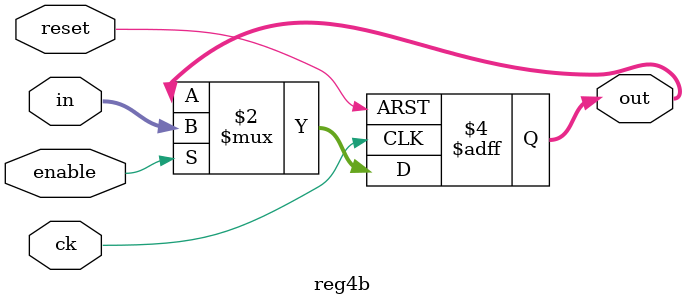
<source format=v>
`timescale 1ns/1ns

module reg4b (in, out, ck, reset, enable);
input [3:0] in;
output [3:0] out;
input ck, reset, enable;

reg [3:0] out;

always @(posedge ck or posedge reset)
	if (reset)
		out <= 4'd0;
	else
		if (enable)
			out <= in;

endmodule

</source>
